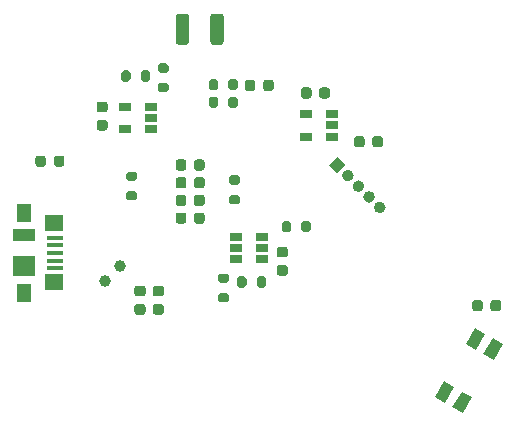
<source format=gbr>
%TF.GenerationSoftware,KiCad,Pcbnew,5.1.8-1.fc33*%
%TF.CreationDate,2021-01-30T22:30:16+01:00*%
%TF.ProjectId,lightring,6c696768-7472-4696-9e67-2e6b69636164,rev?*%
%TF.SameCoordinates,Original*%
%TF.FileFunction,Soldermask,Bot*%
%TF.FilePolarity,Negative*%
%FSLAX46Y46*%
G04 Gerber Fmt 4.6, Leading zero omitted, Abs format (unit mm)*
G04 Created by KiCad (PCBNEW 5.1.8-1.fc33) date 2021-01-30 22:30:16*
%MOMM*%
%LPD*%
G01*
G04 APERTURE LIST*
%ADD10C,0.100000*%
%ADD11C,1.000000*%
%ADD12R,1.900000X1.000000*%
%ADD13R,1.900000X1.800000*%
%ADD14R,1.300000X1.650000*%
%ADD15R,1.550000X1.425000*%
%ADD16R,1.380000X0.450000*%
%ADD17R,1.060000X0.650000*%
G04 APERTURE END LIST*
D10*
%TO.C,SW2*%
G36*
X189353109Y-87130513D02*
G01*
X190219135Y-87630513D01*
X189444135Y-88972853D01*
X188578109Y-88472853D01*
X189353109Y-87130513D01*
G37*
G36*
X186728109Y-91677147D02*
G01*
X187594135Y-92177147D01*
X186819135Y-93519487D01*
X185953109Y-93019487D01*
X186728109Y-91677147D01*
G37*
G36*
X185255865Y-90827147D02*
G01*
X186121891Y-91327147D01*
X185346891Y-92669487D01*
X184480865Y-92169487D01*
X185255865Y-90827147D01*
G37*
G36*
X187880865Y-86280513D02*
G01*
X188746891Y-86780513D01*
X187971891Y-88122853D01*
X187105865Y-87622853D01*
X187880865Y-86280513D01*
G37*
%TD*%
D11*
%TO.C,Y1*%
X157843503Y-81006497D03*
X156500000Y-82350000D03*
%TD*%
%TO.C,J1*%
G36*
G01*
X179438549Y-76445655D02*
X179438549Y-76445655D01*
G75*
G02*
X179438549Y-75738549I353553J353553D01*
G01*
X179438549Y-75738549D01*
G75*
G02*
X180145655Y-75738549I353553J-353553D01*
G01*
X180145655Y-75738549D01*
G75*
G02*
X180145655Y-76445655I-353553J-353553D01*
G01*
X180145655Y-76445655D01*
G75*
G02*
X179438549Y-76445655I-353553J353553D01*
G01*
G37*
G36*
G01*
X178540524Y-75547630D02*
X178540524Y-75547630D01*
G75*
G02*
X178540524Y-74840524I353553J353553D01*
G01*
X178540524Y-74840524D01*
G75*
G02*
X179247630Y-74840524I353553J-353553D01*
G01*
X179247630Y-74840524D01*
G75*
G02*
X179247630Y-75547630I-353553J-353553D01*
G01*
X179247630Y-75547630D01*
G75*
G02*
X178540524Y-75547630I-353553J353553D01*
G01*
G37*
G36*
G01*
X177642498Y-74649604D02*
X177642498Y-74649604D01*
G75*
G02*
X177642498Y-73942498I353553J353553D01*
G01*
X177642498Y-73942498D01*
G75*
G02*
X178349604Y-73942498I353553J-353553D01*
G01*
X178349604Y-73942498D01*
G75*
G02*
X178349604Y-74649604I-353553J-353553D01*
G01*
X178349604Y-74649604D01*
G75*
G02*
X177642498Y-74649604I-353553J353553D01*
G01*
G37*
G36*
G01*
X176744473Y-73751579D02*
X176744473Y-73751579D01*
G75*
G02*
X176744473Y-73044473I353553J353553D01*
G01*
X176744473Y-73044473D01*
G75*
G02*
X177451579Y-73044473I353553J-353553D01*
G01*
X177451579Y-73044473D01*
G75*
G02*
X177451579Y-73751579I-353553J-353553D01*
G01*
X177451579Y-73751579D01*
G75*
G02*
X176744473Y-73751579I-353553J353553D01*
G01*
G37*
D10*
G36*
X176200000Y-73207107D02*
G01*
X175492893Y-72500000D01*
X176200000Y-71792893D01*
X176907107Y-72500000D01*
X176200000Y-73207107D01*
G37*
%TD*%
%TO.C,C1*%
G36*
G01*
X159250000Y-84275000D02*
X159750000Y-84275000D01*
G75*
G02*
X159975000Y-84500000I0J-225000D01*
G01*
X159975000Y-84950000D01*
G75*
G02*
X159750000Y-85175000I-225000J0D01*
G01*
X159250000Y-85175000D01*
G75*
G02*
X159025000Y-84950000I0J225000D01*
G01*
X159025000Y-84500000D01*
G75*
G02*
X159250000Y-84275000I225000J0D01*
G01*
G37*
G36*
G01*
X159250000Y-82725000D02*
X159750000Y-82725000D01*
G75*
G02*
X159975000Y-82950000I0J-225000D01*
G01*
X159975000Y-83400000D01*
G75*
G02*
X159750000Y-83625000I-225000J0D01*
G01*
X159250000Y-83625000D01*
G75*
G02*
X159025000Y-83400000I0J225000D01*
G01*
X159025000Y-82950000D01*
G75*
G02*
X159250000Y-82725000I225000J0D01*
G01*
G37*
%TD*%
%TO.C,C2*%
G36*
G01*
X164075000Y-75750000D02*
X164075000Y-75250000D01*
G75*
G02*
X164300000Y-75025000I225000J0D01*
G01*
X164750000Y-75025000D01*
G75*
G02*
X164975000Y-75250000I0J-225000D01*
G01*
X164975000Y-75750000D01*
G75*
G02*
X164750000Y-75975000I-225000J0D01*
G01*
X164300000Y-75975000D01*
G75*
G02*
X164075000Y-75750000I0J225000D01*
G01*
G37*
G36*
G01*
X162525000Y-75750000D02*
X162525000Y-75250000D01*
G75*
G02*
X162750000Y-75025000I225000J0D01*
G01*
X163200000Y-75025000D01*
G75*
G02*
X163425000Y-75250000I0J-225000D01*
G01*
X163425000Y-75750000D01*
G75*
G02*
X163200000Y-75975000I-225000J0D01*
G01*
X162750000Y-75975000D01*
G75*
G02*
X162525000Y-75750000I0J225000D01*
G01*
G37*
%TD*%
%TO.C,C4*%
G36*
G01*
X189175000Y-84650000D02*
X189175000Y-84150000D01*
G75*
G02*
X189400000Y-83925000I225000J0D01*
G01*
X189850000Y-83925000D01*
G75*
G02*
X190075000Y-84150000I0J-225000D01*
G01*
X190075000Y-84650000D01*
G75*
G02*
X189850000Y-84875000I-225000J0D01*
G01*
X189400000Y-84875000D01*
G75*
G02*
X189175000Y-84650000I0J225000D01*
G01*
G37*
G36*
G01*
X187625000Y-84650000D02*
X187625000Y-84150000D01*
G75*
G02*
X187850000Y-83925000I225000J0D01*
G01*
X188300000Y-83925000D01*
G75*
G02*
X188525000Y-84150000I0J-225000D01*
G01*
X188525000Y-84650000D01*
G75*
G02*
X188300000Y-84875000I-225000J0D01*
G01*
X187850000Y-84875000D01*
G75*
G02*
X187625000Y-84650000I0J225000D01*
G01*
G37*
%TD*%
%TO.C,C5*%
G36*
G01*
X160800000Y-84275000D02*
X161300000Y-84275000D01*
G75*
G02*
X161525000Y-84500000I0J-225000D01*
G01*
X161525000Y-84950000D01*
G75*
G02*
X161300000Y-85175000I-225000J0D01*
G01*
X160800000Y-85175000D01*
G75*
G02*
X160575000Y-84950000I0J225000D01*
G01*
X160575000Y-84500000D01*
G75*
G02*
X160800000Y-84275000I225000J0D01*
G01*
G37*
G36*
G01*
X160800000Y-82725000D02*
X161300000Y-82725000D01*
G75*
G02*
X161525000Y-82950000I0J-225000D01*
G01*
X161525000Y-83400000D01*
G75*
G02*
X161300000Y-83625000I-225000J0D01*
G01*
X160800000Y-83625000D01*
G75*
G02*
X160575000Y-83400000I0J225000D01*
G01*
X160575000Y-82950000D01*
G75*
G02*
X160800000Y-82725000I225000J0D01*
G01*
G37*
%TD*%
%TO.C,C6*%
G36*
G01*
X164075000Y-77250000D02*
X164075000Y-76750000D01*
G75*
G02*
X164300000Y-76525000I225000J0D01*
G01*
X164750000Y-76525000D01*
G75*
G02*
X164975000Y-76750000I0J-225000D01*
G01*
X164975000Y-77250000D01*
G75*
G02*
X164750000Y-77475000I-225000J0D01*
G01*
X164300000Y-77475000D01*
G75*
G02*
X164075000Y-77250000I0J225000D01*
G01*
G37*
G36*
G01*
X162525000Y-77250000D02*
X162525000Y-76750000D01*
G75*
G02*
X162750000Y-76525000I225000J0D01*
G01*
X163200000Y-76525000D01*
G75*
G02*
X163425000Y-76750000I0J-225000D01*
G01*
X163425000Y-77250000D01*
G75*
G02*
X163200000Y-77475000I-225000J0D01*
G01*
X162750000Y-77475000D01*
G75*
G02*
X162525000Y-77250000I0J225000D01*
G01*
G37*
%TD*%
%TO.C,C7*%
G36*
G01*
X164075000Y-72750000D02*
X164075000Y-72250000D01*
G75*
G02*
X164300000Y-72025000I225000J0D01*
G01*
X164750000Y-72025000D01*
G75*
G02*
X164975000Y-72250000I0J-225000D01*
G01*
X164975000Y-72750000D01*
G75*
G02*
X164750000Y-72975000I-225000J0D01*
G01*
X164300000Y-72975000D01*
G75*
G02*
X164075000Y-72750000I0J225000D01*
G01*
G37*
G36*
G01*
X162525000Y-72750000D02*
X162525000Y-72250000D01*
G75*
G02*
X162750000Y-72025000I225000J0D01*
G01*
X163200000Y-72025000D01*
G75*
G02*
X163425000Y-72250000I0J-225000D01*
G01*
X163425000Y-72750000D01*
G75*
G02*
X163200000Y-72975000I-225000J0D01*
G01*
X162750000Y-72975000D01*
G75*
G02*
X162525000Y-72750000I0J225000D01*
G01*
G37*
%TD*%
%TO.C,C8*%
G36*
G01*
X164075000Y-74250000D02*
X164075000Y-73750000D01*
G75*
G02*
X164300000Y-73525000I225000J0D01*
G01*
X164750000Y-73525000D01*
G75*
G02*
X164975000Y-73750000I0J-225000D01*
G01*
X164975000Y-74250000D01*
G75*
G02*
X164750000Y-74475000I-225000J0D01*
G01*
X164300000Y-74475000D01*
G75*
G02*
X164075000Y-74250000I0J225000D01*
G01*
G37*
G36*
G01*
X162525000Y-74250000D02*
X162525000Y-73750000D01*
G75*
G02*
X162750000Y-73525000I225000J0D01*
G01*
X163200000Y-73525000D01*
G75*
G02*
X163425000Y-73750000I0J-225000D01*
G01*
X163425000Y-74250000D01*
G75*
G02*
X163200000Y-74475000I-225000J0D01*
G01*
X162750000Y-74475000D01*
G75*
G02*
X162525000Y-74250000I0J225000D01*
G01*
G37*
%TD*%
%TO.C,C9*%
G36*
G01*
X156543820Y-68031480D02*
X156043820Y-68031480D01*
G75*
G02*
X155818820Y-67806480I0J225000D01*
G01*
X155818820Y-67356480D01*
G75*
G02*
X156043820Y-67131480I225000J0D01*
G01*
X156543820Y-67131480D01*
G75*
G02*
X156768820Y-67356480I0J-225000D01*
G01*
X156768820Y-67806480D01*
G75*
G02*
X156543820Y-68031480I-225000J0D01*
G01*
G37*
G36*
G01*
X156543820Y-69581480D02*
X156043820Y-69581480D01*
G75*
G02*
X155818820Y-69356480I0J225000D01*
G01*
X155818820Y-68906480D01*
G75*
G02*
X156043820Y-68681480I225000J0D01*
G01*
X156543820Y-68681480D01*
G75*
G02*
X156768820Y-68906480I0J-225000D01*
G01*
X156768820Y-69356480D01*
G75*
G02*
X156543820Y-69581480I-225000J0D01*
G01*
G37*
%TD*%
%TO.C,C10*%
G36*
G01*
X174675680Y-66650680D02*
X174675680Y-66150680D01*
G75*
G02*
X174900680Y-65925680I225000J0D01*
G01*
X175350680Y-65925680D01*
G75*
G02*
X175575680Y-66150680I0J-225000D01*
G01*
X175575680Y-66650680D01*
G75*
G02*
X175350680Y-66875680I-225000J0D01*
G01*
X174900680Y-66875680D01*
G75*
G02*
X174675680Y-66650680I0J225000D01*
G01*
G37*
G36*
G01*
X173125680Y-66650680D02*
X173125680Y-66150680D01*
G75*
G02*
X173350680Y-65925680I225000J0D01*
G01*
X173800680Y-65925680D01*
G75*
G02*
X174025680Y-66150680I0J-225000D01*
G01*
X174025680Y-66650680D01*
G75*
G02*
X173800680Y-66875680I-225000J0D01*
G01*
X173350680Y-66875680D01*
G75*
G02*
X173125680Y-66650680I0J225000D01*
G01*
G37*
%TD*%
%TO.C,C11*%
G36*
G01*
X171796520Y-80320000D02*
X171296520Y-80320000D01*
G75*
G02*
X171071520Y-80095000I0J225000D01*
G01*
X171071520Y-79645000D01*
G75*
G02*
X171296520Y-79420000I225000J0D01*
G01*
X171796520Y-79420000D01*
G75*
G02*
X172021520Y-79645000I0J-225000D01*
G01*
X172021520Y-80095000D01*
G75*
G02*
X171796520Y-80320000I-225000J0D01*
G01*
G37*
G36*
G01*
X171796520Y-81870000D02*
X171296520Y-81870000D01*
G75*
G02*
X171071520Y-81645000I0J225000D01*
G01*
X171071520Y-81195000D01*
G75*
G02*
X171296520Y-80970000I225000J0D01*
G01*
X171796520Y-80970000D01*
G75*
G02*
X172021520Y-81195000I0J-225000D01*
G01*
X172021520Y-81645000D01*
G75*
G02*
X171796520Y-81870000I-225000J0D01*
G01*
G37*
%TD*%
%TO.C,C12*%
G36*
G01*
X179166700Y-70780720D02*
X179166700Y-70280720D01*
G75*
G02*
X179391700Y-70055720I225000J0D01*
G01*
X179841700Y-70055720D01*
G75*
G02*
X180066700Y-70280720I0J-225000D01*
G01*
X180066700Y-70780720D01*
G75*
G02*
X179841700Y-71005720I-225000J0D01*
G01*
X179391700Y-71005720D01*
G75*
G02*
X179166700Y-70780720I0J225000D01*
G01*
G37*
G36*
G01*
X177616700Y-70780720D02*
X177616700Y-70280720D01*
G75*
G02*
X177841700Y-70055720I225000J0D01*
G01*
X178291700Y-70055720D01*
G75*
G02*
X178516700Y-70280720I0J-225000D01*
G01*
X178516700Y-70780720D01*
G75*
G02*
X178291700Y-71005720I-225000J0D01*
G01*
X177841700Y-71005720D01*
G75*
G02*
X177616700Y-70780720I0J225000D01*
G01*
G37*
%TD*%
%TO.C,D44*%
G36*
G01*
X152221780Y-72427810D02*
X152221780Y-71915310D01*
G75*
G02*
X152440530Y-71696560I218750J0D01*
G01*
X152878030Y-71696560D01*
G75*
G02*
X153096780Y-71915310I0J-218750D01*
G01*
X153096780Y-72427810D01*
G75*
G02*
X152878030Y-72646560I-218750J0D01*
G01*
X152440530Y-72646560D01*
G75*
G02*
X152221780Y-72427810I0J218750D01*
G01*
G37*
G36*
G01*
X150646780Y-72427810D02*
X150646780Y-71915310D01*
G75*
G02*
X150865530Y-71696560I218750J0D01*
G01*
X151303030Y-71696560D01*
G75*
G02*
X151521780Y-71915310I0J-218750D01*
G01*
X151521780Y-72427810D01*
G75*
G02*
X151303030Y-72646560I-218750J0D01*
G01*
X150865530Y-72646560D01*
G75*
G02*
X150646780Y-72427810I0J218750D01*
G01*
G37*
%TD*%
D12*
%TO.C,J2*%
X149637900Y-78386340D03*
D13*
X149637900Y-81086340D03*
D14*
X149637900Y-76561340D03*
X149637900Y-83311340D03*
D15*
X152212900Y-77448840D03*
X152212900Y-82423840D03*
D16*
X152297900Y-78636340D03*
X152297900Y-79286340D03*
X152297900Y-79936340D03*
X152297900Y-80586340D03*
X152297900Y-81236340D03*
%TD*%
%TO.C,R43*%
G36*
G01*
X167225000Y-75025000D02*
X167775000Y-75025000D01*
G75*
G02*
X167975000Y-75225000I0J-200000D01*
G01*
X167975000Y-75625000D01*
G75*
G02*
X167775000Y-75825000I-200000J0D01*
G01*
X167225000Y-75825000D01*
G75*
G02*
X167025000Y-75625000I0J200000D01*
G01*
X167025000Y-75225000D01*
G75*
G02*
X167225000Y-75025000I200000J0D01*
G01*
G37*
G36*
G01*
X167225000Y-73375000D02*
X167775000Y-73375000D01*
G75*
G02*
X167975000Y-73575000I0J-200000D01*
G01*
X167975000Y-73975000D01*
G75*
G02*
X167775000Y-74175000I-200000J0D01*
G01*
X167225000Y-74175000D01*
G75*
G02*
X167025000Y-73975000I0J200000D01*
G01*
X167025000Y-73575000D01*
G75*
G02*
X167225000Y-73375000I200000J0D01*
G01*
G37*
%TD*%
%TO.C,R44*%
G36*
G01*
X158525000Y-74700000D02*
X159075000Y-74700000D01*
G75*
G02*
X159275000Y-74900000I0J-200000D01*
G01*
X159275000Y-75300000D01*
G75*
G02*
X159075000Y-75500000I-200000J0D01*
G01*
X158525000Y-75500000D01*
G75*
G02*
X158325000Y-75300000I0J200000D01*
G01*
X158325000Y-74900000D01*
G75*
G02*
X158525000Y-74700000I200000J0D01*
G01*
G37*
G36*
G01*
X158525000Y-73050000D02*
X159075000Y-73050000D01*
G75*
G02*
X159275000Y-73250000I0J-200000D01*
G01*
X159275000Y-73650000D01*
G75*
G02*
X159075000Y-73850000I-200000J0D01*
G01*
X158525000Y-73850000D01*
G75*
G02*
X158325000Y-73650000I0J200000D01*
G01*
X158325000Y-73250000D01*
G75*
G02*
X158525000Y-73050000I200000J0D01*
G01*
G37*
%TD*%
%TO.C,R45*%
G36*
G01*
X159561080Y-65243120D02*
X159561080Y-64693120D01*
G75*
G02*
X159761080Y-64493120I200000J0D01*
G01*
X160161080Y-64493120D01*
G75*
G02*
X160361080Y-64693120I0J-200000D01*
G01*
X160361080Y-65243120D01*
G75*
G02*
X160161080Y-65443120I-200000J0D01*
G01*
X159761080Y-65443120D01*
G75*
G02*
X159561080Y-65243120I0J200000D01*
G01*
G37*
G36*
G01*
X157911080Y-65243120D02*
X157911080Y-64693120D01*
G75*
G02*
X158111080Y-64493120I200000J0D01*
G01*
X158511080Y-64493120D01*
G75*
G02*
X158711080Y-64693120I0J-200000D01*
G01*
X158711080Y-65243120D01*
G75*
G02*
X158511080Y-65443120I-200000J0D01*
G01*
X158111080Y-65443120D01*
G75*
G02*
X157911080Y-65243120I0J200000D01*
G01*
G37*
%TD*%
%TO.C,R46*%
G36*
G01*
X166285000Y-83335000D02*
X166835000Y-83335000D01*
G75*
G02*
X167035000Y-83535000I0J-200000D01*
G01*
X167035000Y-83935000D01*
G75*
G02*
X166835000Y-84135000I-200000J0D01*
G01*
X166285000Y-84135000D01*
G75*
G02*
X166085000Y-83935000I0J200000D01*
G01*
X166085000Y-83535000D01*
G75*
G02*
X166285000Y-83335000I200000J0D01*
G01*
G37*
G36*
G01*
X166285000Y-81685000D02*
X166835000Y-81685000D01*
G75*
G02*
X167035000Y-81885000I0J-200000D01*
G01*
X167035000Y-82285000D01*
G75*
G02*
X166835000Y-82485000I-200000J0D01*
G01*
X166285000Y-82485000D01*
G75*
G02*
X166085000Y-82285000I0J200000D01*
G01*
X166085000Y-81885000D01*
G75*
G02*
X166285000Y-81685000I200000J0D01*
G01*
G37*
%TD*%
%TO.C,R47*%
G36*
G01*
X173158200Y-78011700D02*
X173158200Y-77461700D01*
G75*
G02*
X173358200Y-77261700I200000J0D01*
G01*
X173758200Y-77261700D01*
G75*
G02*
X173958200Y-77461700I0J-200000D01*
G01*
X173958200Y-78011700D01*
G75*
G02*
X173758200Y-78211700I-200000J0D01*
G01*
X173358200Y-78211700D01*
G75*
G02*
X173158200Y-78011700I0J200000D01*
G01*
G37*
G36*
G01*
X171508200Y-78011700D02*
X171508200Y-77461700D01*
G75*
G02*
X171708200Y-77261700I200000J0D01*
G01*
X172108200Y-77261700D01*
G75*
G02*
X172308200Y-77461700I0J-200000D01*
G01*
X172308200Y-78011700D01*
G75*
G02*
X172108200Y-78211700I-200000J0D01*
G01*
X171708200Y-78211700D01*
G75*
G02*
X171508200Y-78011700I0J200000D01*
G01*
G37*
%TD*%
%TO.C,R48*%
G36*
G01*
X161735000Y-64695000D02*
X161185000Y-64695000D01*
G75*
G02*
X160985000Y-64495000I0J200000D01*
G01*
X160985000Y-64095000D01*
G75*
G02*
X161185000Y-63895000I200000J0D01*
G01*
X161735000Y-63895000D01*
G75*
G02*
X161935000Y-64095000I0J-200000D01*
G01*
X161935000Y-64495000D01*
G75*
G02*
X161735000Y-64695000I-200000J0D01*
G01*
G37*
G36*
G01*
X161735000Y-66345000D02*
X161185000Y-66345000D01*
G75*
G02*
X160985000Y-66145000I0J200000D01*
G01*
X160985000Y-65745000D01*
G75*
G02*
X161185000Y-65545000I200000J0D01*
G01*
X161735000Y-65545000D01*
G75*
G02*
X161935000Y-65745000I0J-200000D01*
G01*
X161935000Y-66145000D01*
G75*
G02*
X161735000Y-66345000I-200000J0D01*
G01*
G37*
%TD*%
%TO.C,R49*%
G36*
G01*
X168533260Y-82127680D02*
X168533260Y-82677680D01*
G75*
G02*
X168333260Y-82877680I-200000J0D01*
G01*
X167933260Y-82877680D01*
G75*
G02*
X167733260Y-82677680I0J200000D01*
G01*
X167733260Y-82127680D01*
G75*
G02*
X167933260Y-81927680I200000J0D01*
G01*
X168333260Y-81927680D01*
G75*
G02*
X168533260Y-82127680I0J-200000D01*
G01*
G37*
G36*
G01*
X170183260Y-82127680D02*
X170183260Y-82677680D01*
G75*
G02*
X169983260Y-82877680I-200000J0D01*
G01*
X169583260Y-82877680D01*
G75*
G02*
X169383260Y-82677680I0J200000D01*
G01*
X169383260Y-82127680D01*
G75*
G02*
X169583260Y-81927680I200000J0D01*
G01*
X169983260Y-81927680D01*
G75*
G02*
X170183260Y-82127680I0J-200000D01*
G01*
G37*
%TD*%
D17*
%TO.C,U2*%
X158251980Y-67581740D03*
X158251980Y-69481740D03*
X160451980Y-69481740D03*
X160451980Y-68531740D03*
X160451980Y-67581740D03*
%TD*%
%TO.C,U3*%
X169852520Y-79537560D03*
X169852520Y-80487560D03*
X169852520Y-78587560D03*
X167652520Y-78587560D03*
X167652520Y-79537560D03*
X167652520Y-80487560D03*
%TD*%
%TO.C,U4*%
X173578340Y-68198960D03*
X173578340Y-70098960D03*
X175778340Y-70098960D03*
X175778340Y-69148960D03*
X175778340Y-68198960D03*
%TD*%
%TO.C,BT1*%
G36*
G01*
X162531440Y-62075001D02*
X162531440Y-59924999D01*
G75*
G02*
X162781439Y-59675000I249999J0D01*
G01*
X163406441Y-59675000D01*
G75*
G02*
X163656440Y-59924999I0J-249999D01*
G01*
X163656440Y-62075001D01*
G75*
G02*
X163406441Y-62325000I-249999J0D01*
G01*
X162781439Y-62325000D01*
G75*
G02*
X162531440Y-62075001I0J249999D01*
G01*
G37*
G36*
G01*
X165456440Y-62075001D02*
X165456440Y-59924999D01*
G75*
G02*
X165706439Y-59675000I249999J0D01*
G01*
X166331441Y-59675000D01*
G75*
G02*
X166581440Y-59924999I0J-249999D01*
G01*
X166581440Y-62075001D01*
G75*
G02*
X166331441Y-62325000I-249999J0D01*
G01*
X165706439Y-62325000D01*
G75*
G02*
X165456440Y-62075001I0J249999D01*
G01*
G37*
%TD*%
%TO.C,C3*%
G36*
G01*
X168375000Y-66010000D02*
X168375000Y-65510000D01*
G75*
G02*
X168600000Y-65285000I225000J0D01*
G01*
X169050000Y-65285000D01*
G75*
G02*
X169275000Y-65510000I0J-225000D01*
G01*
X169275000Y-66010000D01*
G75*
G02*
X169050000Y-66235000I-225000J0D01*
G01*
X168600000Y-66235000D01*
G75*
G02*
X168375000Y-66010000I0J225000D01*
G01*
G37*
G36*
G01*
X169925000Y-66010000D02*
X169925000Y-65510000D01*
G75*
G02*
X170150000Y-65285000I225000J0D01*
G01*
X170600000Y-65285000D01*
G75*
G02*
X170825000Y-65510000I0J-225000D01*
G01*
X170825000Y-66010000D01*
G75*
G02*
X170600000Y-66235000I-225000J0D01*
G01*
X170150000Y-66235000D01*
G75*
G02*
X169925000Y-66010000I0J225000D01*
G01*
G37*
%TD*%
%TO.C,R50*%
G36*
G01*
X166975000Y-65965000D02*
X166975000Y-65415000D01*
G75*
G02*
X167175000Y-65215000I200000J0D01*
G01*
X167575000Y-65215000D01*
G75*
G02*
X167775000Y-65415000I0J-200000D01*
G01*
X167775000Y-65965000D01*
G75*
G02*
X167575000Y-66165000I-200000J0D01*
G01*
X167175000Y-66165000D01*
G75*
G02*
X166975000Y-65965000I0J200000D01*
G01*
G37*
G36*
G01*
X165325000Y-65965000D02*
X165325000Y-65415000D01*
G75*
G02*
X165525000Y-65215000I200000J0D01*
G01*
X165925000Y-65215000D01*
G75*
G02*
X166125000Y-65415000I0J-200000D01*
G01*
X166125000Y-65965000D01*
G75*
G02*
X165925000Y-66165000I-200000J0D01*
G01*
X165525000Y-66165000D01*
G75*
G02*
X165325000Y-65965000I0J200000D01*
G01*
G37*
%TD*%
%TO.C,R51*%
G36*
G01*
X167775000Y-66915000D02*
X167775000Y-67465000D01*
G75*
G02*
X167575000Y-67665000I-200000J0D01*
G01*
X167175000Y-67665000D01*
G75*
G02*
X166975000Y-67465000I0J200000D01*
G01*
X166975000Y-66915000D01*
G75*
G02*
X167175000Y-66715000I200000J0D01*
G01*
X167575000Y-66715000D01*
G75*
G02*
X167775000Y-66915000I0J-200000D01*
G01*
G37*
G36*
G01*
X166125000Y-66915000D02*
X166125000Y-67465000D01*
G75*
G02*
X165925000Y-67665000I-200000J0D01*
G01*
X165525000Y-67665000D01*
G75*
G02*
X165325000Y-67465000I0J200000D01*
G01*
X165325000Y-66915000D01*
G75*
G02*
X165525000Y-66715000I200000J0D01*
G01*
X165925000Y-66715000D01*
G75*
G02*
X166125000Y-66915000I0J-200000D01*
G01*
G37*
%TD*%
M02*

</source>
